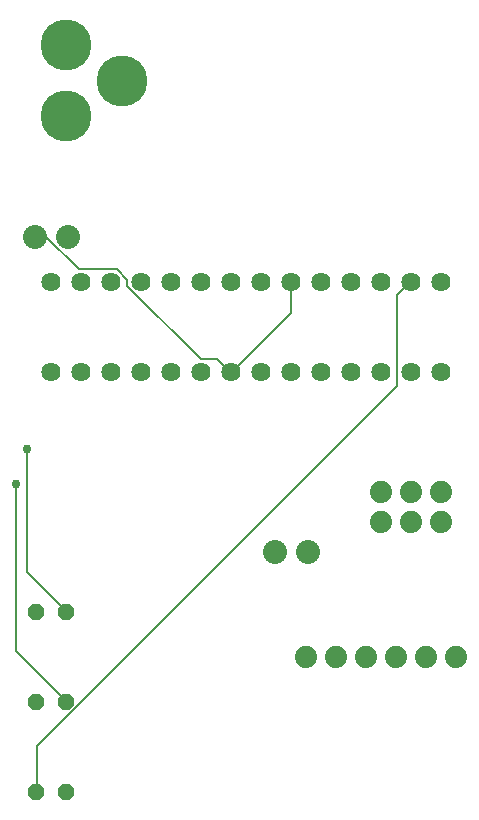
<source format=gbr>
G04 EAGLE Gerber RS-274X export*
G75*
%MOMM*%
%FSLAX34Y34*%
%LPD*%
%INBottom Copper*%
%IPPOS*%
%AMOC8*
5,1,8,0,0,1.08239X$1,22.5*%
G01*
%ADD10C,4.318000*%
%ADD11C,2.032000*%
%ADD12C,1.625600*%
%ADD13P,1.429621X8X22.500000*%
%ADD14C,1.879600*%
%ADD15C,0.152400*%
%ADD16C,0.756400*%


D10*
X190500Y924400D03*
X190500Y864400D03*
X237500Y894400D03*
D11*
X163830Y762000D03*
X191770Y762000D03*
D12*
X177800Y647700D03*
X203200Y647700D03*
X228600Y647700D03*
X254000Y647700D03*
X279400Y647700D03*
X304800Y647700D03*
X330200Y647700D03*
X355600Y647700D03*
X381000Y647700D03*
X406400Y647700D03*
X431800Y647700D03*
X457200Y647700D03*
X482600Y647700D03*
X508000Y647700D03*
X508000Y723900D03*
X482600Y723900D03*
X457200Y723900D03*
X431800Y723900D03*
X406400Y723900D03*
X381000Y723900D03*
X355600Y723900D03*
X330200Y723900D03*
X304800Y723900D03*
X279400Y723900D03*
X254000Y723900D03*
X228600Y723900D03*
X203200Y723900D03*
X177800Y723900D03*
D13*
X165100Y444500D03*
X190500Y444500D03*
X165100Y368300D03*
X190500Y368300D03*
X165100Y292100D03*
X190500Y292100D03*
D14*
X393700Y406400D03*
X419100Y406400D03*
X444500Y406400D03*
X469900Y406400D03*
X495300Y406400D03*
X520700Y406400D03*
D11*
X367030Y495300D03*
X394970Y495300D03*
D14*
X457200Y520700D03*
X457200Y546100D03*
X482600Y520700D03*
X482600Y546100D03*
X508000Y520700D03*
X508000Y546100D03*
D15*
X381000Y697992D02*
X381000Y723900D01*
X381000Y697992D02*
X330708Y647700D01*
X330200Y647700D01*
X173736Y762000D02*
X163830Y762000D01*
X173736Y762000D02*
X201168Y734568D01*
X233172Y734568D01*
X242316Y725424D01*
X242316Y720852D01*
X304800Y658368D01*
X318516Y658368D01*
X329184Y647700D01*
X330200Y647700D01*
X156972Y582168D02*
X156972Y478536D01*
X190500Y445008D01*
X190500Y444500D01*
D16*
X156972Y582168D03*
D15*
X147828Y553212D02*
X147828Y411480D01*
X190500Y368808D01*
X190500Y368300D01*
D16*
X147828Y553212D03*
D15*
X166116Y330708D02*
X166116Y292608D01*
X166116Y330708D02*
X470916Y635508D01*
X470916Y713232D01*
X481584Y723900D01*
X166116Y292608D02*
X165100Y292100D01*
X481584Y723900D02*
X482600Y723900D01*
M02*

</source>
